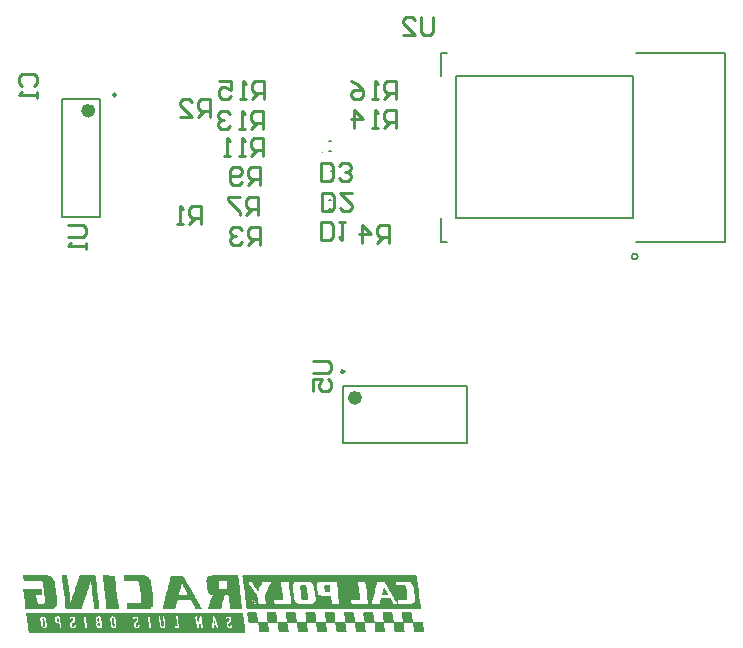
<source format=gbo>
G04*
G04 #@! TF.GenerationSoftware,Altium Limited,Altium Designer,22.10.1 (41)*
G04*
G04 Layer_Color=32896*
%FSLAX44Y44*%
%MOMM*%
G71*
G04*
G04 #@! TF.SameCoordinates,893357DB-CB06-46F0-9665-1AF58A0A3231*
G04*
G04*
G04 #@! TF.FilePolarity,Positive*
G04*
G01*
G75*
%ADD10C,0.2000*%
%ADD11C,0.1000*%
%ADD12C,0.2500*%
%ADD13C,0.1270*%
%ADD14C,0.2540*%
%ADD61C,0.6000*%
G36*
X306537Y67517D02*
X307003D01*
Y64485D01*
X307236D01*
Y62619D01*
X307703D01*
Y57720D01*
X308169D01*
Y55621D01*
X308403D01*
Y53055D01*
X308869D01*
Y48390D01*
X309102D01*
Y48156D01*
X309336D01*
Y46990D01*
X309569D01*
Y42791D01*
X310035D01*
Y39525D01*
X306070D01*
Y39759D01*
X305837D01*
Y40459D01*
X305370D01*
Y44191D01*
X305137D01*
Y45357D01*
X304904D01*
Y45824D01*
X304670D01*
Y50256D01*
X304204D01*
Y52588D01*
X303971D01*
Y54921D01*
X303504D01*
Y59820D01*
X303037D01*
Y60986D01*
X302804D01*
Y62152D01*
X302338D01*
Y60753D01*
X302104D01*
Y60286D01*
X301638D01*
Y58420D01*
X301171D01*
Y58187D01*
Y57254D01*
X300938D01*
Y56787D01*
X300472D01*
Y54921D01*
X300005D01*
Y54221D01*
X299772D01*
Y53288D01*
X299305D01*
Y51422D01*
X298839D01*
Y51189D01*
X298605D01*
Y49556D01*
X298139D01*
Y48390D01*
X297906D01*
Y47690D01*
X297439D01*
Y46523D01*
X296973D01*
Y45357D01*
X296739D01*
Y44657D01*
X296273D01*
Y42791D01*
X295806D01*
Y42325D01*
X295573D01*
Y40925D01*
X295107D01*
Y39759D01*
X294407D01*
Y39525D01*
X281810D01*
Y40692D01*
X281344D01*
Y43025D01*
X281111D01*
Y46057D01*
X280644D01*
Y50722D01*
X280177D01*
Y51889D01*
X279944D01*
Y55621D01*
X279478D01*
Y59586D01*
X279244D01*
Y60519D01*
X279011D01*
Y61452D01*
X278778D01*
Y65185D01*
X278311D01*
Y68217D01*
X282510D01*
Y67984D01*
X282977D01*
Y64951D01*
X283210D01*
Y64485D01*
X283443D01*
Y63319D01*
X283676D01*
Y59586D01*
X284143D01*
Y56087D01*
X284376D01*
Y54921D01*
X284610D01*
Y54454D01*
X284843D01*
Y50023D01*
X285309D01*
Y47690D01*
X285543D01*
Y45824D01*
X286009D01*
Y47223D01*
X286476D01*
Y47690D01*
X286709D01*
Y48856D01*
X287176D01*
Y50256D01*
X287409D01*
Y50722D01*
X287875D01*
Y52588D01*
X288342D01*
Y53755D01*
X288575D01*
Y54221D01*
X289042D01*
Y56087D01*
X289508D01*
Y56787D01*
X289741D01*
Y57954D01*
X290208D01*
Y59120D01*
X290441D01*
Y59586D01*
X290674D01*
Y59820D01*
X290908D01*
Y60986D01*
X291374D01*
Y62619D01*
X291607D01*
Y62852D01*
X291841D01*
Y63319D01*
X292074D01*
Y64718D01*
X292541D01*
Y65651D01*
X292774D01*
Y66351D01*
X293240D01*
Y67984D01*
X293940D01*
Y68217D01*
X306537D01*
Y67517D01*
D02*
G37*
G36*
X266648Y67984D02*
X267815D01*
Y67517D01*
X268981D01*
Y67051D01*
X269214D01*
Y66817D01*
X269681D01*
Y66351D01*
X270380D01*
Y65651D01*
X270847D01*
Y65185D01*
X271080D01*
Y64485D01*
X271547D01*
Y63319D01*
X272246D01*
Y61452D01*
X272713D01*
Y57487D01*
X272946D01*
Y56554D01*
X273180D01*
Y56087D01*
X273413D01*
Y51889D01*
X273879D01*
Y48856D01*
X274113D01*
Y46990D01*
X274579D01*
Y44191D01*
X274113D01*
Y43025D01*
X273879D01*
Y42325D01*
X273413D01*
Y41158D01*
X272713D01*
Y40459D01*
X272013D01*
Y39992D01*
X270847D01*
Y39759D01*
X270380D01*
Y39525D01*
X269914D01*
Y39292D01*
X247987D01*
Y39759D01*
X247520D01*
Y43491D01*
X247287D01*
Y43724D01*
X247054D01*
Y44891D01*
X246821D01*
Y48390D01*
X246354D01*
Y53055D01*
X246121D01*
Y53755D01*
X245888D01*
Y54221D01*
X245654D01*
Y56554D01*
X245888D01*
Y56787D01*
X260816D01*
Y56554D01*
X261283D01*
Y53755D01*
X261516D01*
Y53055D01*
X261750D01*
Y52122D01*
X261516D01*
Y51889D01*
X256618D01*
Y48856D01*
X257084D01*
Y45357D01*
X257784D01*
Y44657D01*
X258484D01*
Y44191D01*
X263149D01*
Y44657D01*
X263849D01*
Y45124D01*
X264315D01*
Y47690D01*
X263849D01*
Y50722D01*
X263616D01*
Y52588D01*
X263149D01*
Y54454D01*
Y54688D01*
Y57487D01*
X262683D01*
Y59120D01*
X262449D01*
Y62152D01*
X261983D01*
Y62619D01*
X261750D01*
Y62852D01*
X261283D01*
Y63319D01*
X246354D01*
Y63785D01*
X246121D01*
Y64018D01*
X245888D01*
Y65185D01*
X245654D01*
Y68217D01*
X266648D01*
Y67984D01*
D02*
G37*
G36*
X578524D02*
X578757D01*
Y67517D01*
X579224D01*
Y62619D01*
X579690D01*
Y60286D01*
X579924D01*
Y57720D01*
X580390D01*
Y53055D01*
X580857D01*
Y51889D01*
X581090D01*
Y48156D01*
X581556D01*
Y44657D01*
X581790D01*
Y43491D01*
X582023D01*
Y43025D01*
X582256D01*
Y39759D01*
X582023D01*
Y39525D01*
X434832D01*
Y40692D01*
X434599D01*
Y42325D01*
X434133D01*
Y47223D01*
X433666D01*
Y48856D01*
X433433D01*
Y51422D01*
X432966D01*
Y56087D01*
X432733D01*
Y56321D01*
X432500D01*
Y57254D01*
X432267D01*
Y60986D01*
X431800D01*
Y64718D01*
X431567D01*
Y65884D01*
X431334D01*
Y66351D01*
X431100D01*
Y67984D01*
X431334D01*
Y68217D01*
X578524D01*
Y67984D01*
D02*
G37*
G36*
X427368D02*
X427601D01*
Y65651D01*
X428068D01*
Y61452D01*
X428301D01*
Y60753D01*
X428534D01*
Y60286D01*
X428768D01*
Y56087D01*
X429234D01*
Y52355D01*
X429467D01*
Y51189D01*
X429701D01*
Y50256D01*
X429934D01*
Y46523D01*
X430400D01*
Y43958D01*
X430634D01*
Y41158D01*
X431100D01*
Y39292D01*
X420836D01*
Y41158D01*
X420370D01*
Y44657D01*
X420137D01*
Y46057D01*
X419903D01*
Y46990D01*
X419670D01*
Y50722D01*
X419204D01*
Y51889D01*
X416171D01*
Y50722D01*
X415938D01*
Y49556D01*
X415471D01*
Y47690D01*
X415005D01*
Y46523D01*
X414772D01*
Y45357D01*
X414305D01*
Y43025D01*
X414072D01*
Y42791D01*
X413839D01*
Y42325D01*
X413605D01*
Y40459D01*
X413139D01*
Y39525D01*
X412906D01*
Y39292D01*
X402175D01*
Y39525D01*
X401709D01*
Y39759D01*
X402175D01*
Y41625D01*
X402642D01*
Y41858D01*
X402875D01*
Y43491D01*
X403342D01*
Y44657D01*
X403575D01*
Y45357D01*
X404041D01*
Y47223D01*
X404508D01*
Y47690D01*
X404741D01*
Y48856D01*
X405208D01*
Y50722D01*
X405908D01*
Y51889D01*
X404041D01*
Y52122D01*
X403575D01*
Y52355D01*
X403342D01*
Y52588D01*
X402875D01*
Y53055D01*
X402175D01*
Y54221D01*
X401709D01*
Y55621D01*
X401475D01*
Y56787D01*
X401242D01*
Y57720D01*
X401009D01*
Y62152D01*
X400542D01*
Y64485D01*
X401009D01*
Y66118D01*
X401242D01*
Y66351D01*
X401709D01*
Y66817D01*
X402175D01*
Y67517D01*
X404041D01*
Y67984D01*
X405674D01*
Y68217D01*
X427368D01*
Y67984D01*
D02*
G37*
G36*
X381181Y67051D02*
X381648D01*
Y66351D01*
X381881D01*
Y66118D01*
X382348D01*
Y65185D01*
X382581D01*
Y64951D01*
X382814D01*
Y64485D01*
X383047D01*
Y64018D01*
X383514D01*
Y62852D01*
X383981D01*
Y62619D01*
X384214D01*
Y61686D01*
X384680D01*
Y60986D01*
X384914D01*
Y60753D01*
X385380D01*
Y59820D01*
X385847D01*
Y59120D01*
X386080D01*
Y58653D01*
X386547D01*
Y57487D01*
X387013D01*
Y57254D01*
X387246D01*
Y56554D01*
X387713D01*
Y55621D01*
X387946D01*
Y55388D01*
X388413D01*
Y54454D01*
X388879D01*
Y53755D01*
X389112D01*
Y53288D01*
X389579D01*
Y52355D01*
X390046D01*
Y51889D01*
X390279D01*
Y51189D01*
X390745D01*
Y50256D01*
X390979D01*
Y50023D01*
X391445D01*
Y49089D01*
X391912D01*
Y48390D01*
X392145D01*
Y48156D01*
X392378D01*
Y47923D01*
X392611D01*
Y46990D01*
X393078D01*
Y46523D01*
X393311D01*
Y45824D01*
X393778D01*
Y44891D01*
X394011D01*
Y44657D01*
X394478D01*
Y43958D01*
X394944D01*
Y43025D01*
X395177D01*
Y42791D01*
X395411D01*
Y42325D01*
X395644D01*
Y41625D01*
X396110D01*
Y41158D01*
X396344D01*
Y40459D01*
X396810D01*
Y39292D01*
X392145D01*
Y39525D01*
X391912D01*
Y39992D01*
X391445D01*
Y41158D01*
X390745D01*
Y42325D01*
X390279D01*
Y42791D01*
X390046D01*
Y43025D01*
X389579D01*
Y44191D01*
X389112D01*
Y44657D01*
X388879D01*
Y45357D01*
X388413D01*
Y46523D01*
X387713D01*
Y46990D01*
X376283D01*
Y46057D01*
X375816D01*
Y44657D01*
X375583D01*
Y43958D01*
X375117D01*
Y41625D01*
X374650D01*
Y40459D01*
X374417D01*
Y39759D01*
X373950D01*
Y39292D01*
X363686D01*
Y41858D01*
X364153D01*
Y42791D01*
X364386D01*
Y44191D01*
X364853D01*
Y46523D01*
X365319D01*
Y46990D01*
X365553D01*
Y48856D01*
X366019D01*
Y50722D01*
X366252D01*
Y51189D01*
X366486D01*
Y51422D01*
X366719D01*
Y53755D01*
X367186D01*
Y54921D01*
X367419D01*
Y56087D01*
X367885D01*
Y57954D01*
X368352D01*
Y58653D01*
X368585D01*
Y60286D01*
X369052D01*
Y62619D01*
X369285D01*
Y62852D01*
X369751D01*
Y65185D01*
X370218D01*
Y66817D01*
X370451D01*
Y67517D01*
X370918D01*
Y67984D01*
X381181D01*
Y67051D01*
D02*
G37*
G36*
X348524Y67984D02*
X349224D01*
Y67517D01*
X350390D01*
Y67051D01*
X351090D01*
Y66351D01*
X351790D01*
Y65884D01*
X352257D01*
Y65185D01*
X352723D01*
Y64951D01*
X352956D01*
Y64018D01*
X353423D01*
Y62852D01*
X353656D01*
Y62619D01*
X353889D01*
Y62152D01*
X354123D01*
Y59120D01*
X354589D01*
Y55388D01*
X354822D01*
Y54221D01*
X355056D01*
Y53755D01*
X355289D01*
Y49323D01*
X355756D01*
Y42791D01*
X355289D01*
Y41625D01*
X354822D01*
Y41158D01*
X354589D01*
Y40925D01*
X354123D01*
Y40459D01*
X353423D01*
Y39992D01*
X352257D01*
Y39525D01*
X351790D01*
Y39292D01*
X333595D01*
Y43491D01*
X333129D01*
Y43958D01*
X333595D01*
Y44657D01*
X345492D01*
Y44891D01*
X345725D01*
Y47690D01*
X345492D01*
Y49089D01*
X345025D01*
Y54454D01*
X344559D01*
Y56087D01*
X344325D01*
Y59120D01*
X343859D01*
Y62152D01*
X343626D01*
Y62619D01*
X343159D01*
Y63319D01*
X331263D01*
Y65185D01*
X331029D01*
Y66351D01*
X330796D01*
Y66817D01*
X330563D01*
Y67984D01*
X331029D01*
Y68217D01*
X348524D01*
Y67984D01*
D02*
G37*
G36*
X317966D02*
X322865D01*
Y67517D01*
X323332D01*
Y63319D01*
X323798D01*
Y61686D01*
X324031D01*
Y57954D01*
X324498D01*
Y53755D01*
X324731D01*
Y53055D01*
X324964D01*
Y52588D01*
X325198D01*
Y48156D01*
X325664D01*
Y44891D01*
X325897D01*
Y43491D01*
X326364D01*
Y39292D01*
X316334D01*
Y39525D01*
X316100D01*
Y43025D01*
X315634D01*
Y46057D01*
X315401D01*
Y47923D01*
X314934D01*
Y52588D01*
X314468D01*
Y54921D01*
X314234D01*
Y57487D01*
X313768D01*
Y62152D01*
X313535D01*
Y62852D01*
X313301D01*
Y63319D01*
X313068D01*
Y67517D01*
X312601D01*
Y67751D01*
Y67984D01*
X313068D01*
Y68217D01*
X317966D01*
Y67984D01*
D02*
G37*
G36*
X574325Y36260D02*
X574792D01*
Y35793D01*
X575025D01*
Y31361D01*
X575491D01*
Y29029D01*
X575725D01*
Y28562D01*
X583422D01*
Y28329D01*
X583889D01*
Y27396D01*
X584122D01*
Y24830D01*
X584589D01*
Y20164D01*
X576191D01*
Y24363D01*
X575725D01*
Y26696D01*
X575491D01*
Y28096D01*
X567794D01*
Y23663D01*
X568260D01*
Y21331D01*
X568493D01*
Y20164D01*
X560096D01*
Y20631D01*
X559863D01*
Y23197D01*
X559396D01*
Y27862D01*
X558930D01*
Y28096D01*
X551465D01*
Y27862D01*
X550999D01*
Y27162D01*
X551465D01*
Y23197D01*
X551698D01*
Y22497D01*
X551932D01*
Y21797D01*
X552165D01*
Y20164D01*
X543767D01*
Y21797D01*
X543534D01*
Y22497D01*
X543301D01*
Y23197D01*
X543068D01*
Y27396D01*
X542601D01*
Y28096D01*
X534670D01*
Y26696D01*
X535136D01*
Y24363D01*
X535370D01*
Y21797D01*
X535836D01*
Y20164D01*
X527439D01*
Y21331D01*
X526972D01*
Y23663D01*
X526739D01*
Y26696D01*
X526272D01*
Y28096D01*
X518575D01*
Y27862D01*
X518341D01*
Y26696D01*
X518575D01*
Y25530D01*
X518808D01*
Y25063D01*
X519041D01*
Y20631D01*
X519508D01*
Y20164D01*
X511110D01*
Y20864D01*
X510644D01*
Y25063D01*
X510410D01*
Y25530D01*
X510177D01*
Y26229D01*
X509944D01*
Y28096D01*
X502246D01*
Y27862D01*
X502013D01*
Y27396D01*
X502246D01*
Y24363D01*
X502713D01*
Y20164D01*
X494315D01*
Y24363D01*
X493849D01*
Y26929D01*
X493615D01*
Y28096D01*
X485918D01*
Y23663D01*
X486384D01*
Y21331D01*
X486617D01*
Y20164D01*
X478220D01*
Y20631D01*
X477986D01*
Y23197D01*
X477520D01*
Y27862D01*
X477053D01*
Y28096D01*
X469589D01*
Y27862D01*
X469122D01*
Y27162D01*
X469589D01*
Y23197D01*
X469822D01*
Y22497D01*
X470056D01*
Y21797D01*
X470289D01*
Y20164D01*
X461891D01*
Y21797D01*
X461658D01*
Y22497D01*
X461425D01*
Y23197D01*
X461191D01*
Y27396D01*
X460725D01*
Y28096D01*
X452794D01*
Y26696D01*
X453260D01*
Y24363D01*
X453494D01*
Y21331D01*
X453960D01*
Y20164D01*
X445563D01*
Y21331D01*
X445096D01*
Y23663D01*
X444863D01*
Y26229D01*
X444396D01*
Y28096D01*
X436699D01*
Y28329D01*
X436465D01*
Y28562D01*
X435999D01*
Y32761D01*
X435532D01*
Y33927D01*
X435299D01*
Y36493D01*
X435532D01*
Y36726D01*
X442997D01*
Y36493D01*
X443230D01*
Y36260D01*
X443697D01*
Y33927D01*
X443930D01*
Y33227D01*
X444163D01*
Y32761D01*
X444396D01*
Y28562D01*
X452794D01*
Y29262D01*
X452327D01*
Y31361D01*
X452094D01*
Y33927D01*
X451628D01*
Y36726D01*
X460025D01*
Y34394D01*
X460492D01*
Y32061D01*
X460725D01*
Y29029D01*
X461191D01*
Y28562D01*
X469122D01*
Y29495D01*
X468889D01*
Y30428D01*
X468656D01*
Y30895D01*
X468423D01*
Y35094D01*
X467956D01*
Y36260D01*
X468423D01*
Y36726D01*
X476120D01*
Y36260D01*
X476354D01*
Y35094D01*
X476820D01*
Y30895D01*
X477053D01*
Y30195D01*
X477287D01*
Y29728D01*
X477520D01*
Y28562D01*
X485218D01*
Y31128D01*
X484751D01*
Y35793D01*
X484285D01*
Y36260D01*
X484751D01*
Y36726D01*
X492449D01*
Y36260D01*
X492915D01*
Y35793D01*
X493149D01*
Y31361D01*
X493615D01*
Y29029D01*
X493849D01*
Y28562D01*
X501546D01*
Y32294D01*
X501080D01*
Y34627D01*
X500846D01*
Y36260D01*
X501080D01*
Y36726D01*
X508778D01*
Y36260D01*
X509244D01*
Y35094D01*
X509477D01*
Y32061D01*
X509944D01*
Y28562D01*
X517875D01*
Y32761D01*
X517642D01*
Y33461D01*
X517408D01*
Y33927D01*
X517175D01*
Y36493D01*
X517408D01*
Y36726D01*
X524873D01*
Y36493D01*
X525573D01*
Y33927D01*
X525806D01*
Y33227D01*
X526039D01*
Y32761D01*
X526272D01*
Y28562D01*
X534670D01*
Y29262D01*
X534203D01*
Y31595D01*
X533970D01*
Y33927D01*
X533504D01*
Y36260D01*
X533970D01*
Y36493D01*
X534203D01*
Y36726D01*
X541901D01*
Y34394D01*
X542368D01*
Y32061D01*
X542601D01*
Y29728D01*
X543068D01*
Y28562D01*
X550999D01*
Y29495D01*
X550765D01*
Y30428D01*
X550532D01*
Y30895D01*
X550299D01*
Y35094D01*
X549832D01*
Y36260D01*
X550299D01*
Y36726D01*
X557996D01*
Y36493D01*
Y36260D01*
X558230D01*
Y35094D01*
X558696D01*
Y30895D01*
X558930D01*
Y30195D01*
X559163D01*
Y29728D01*
X559396D01*
Y28562D01*
X567094D01*
Y31128D01*
X566627D01*
Y35793D01*
X566394D01*
Y36260D01*
X566627D01*
Y36726D01*
X574325D01*
Y36260D01*
D02*
G37*
G36*
X431800Y32527D02*
X432267D01*
Y28329D01*
X432500D01*
Y27862D01*
X432733D01*
Y26929D01*
X432966D01*
Y22964D01*
X433433D01*
Y19698D01*
X250553D01*
Y20164D01*
X250086D01*
Y20864D01*
X249853D01*
Y25063D01*
X249387D01*
Y28096D01*
X249153D01*
Y29262D01*
X248920D01*
Y29728D01*
X248687D01*
Y33927D01*
X248220D01*
Y36260D01*
X431800D01*
Y32527D01*
D02*
G37*
%LPC*%
G36*
X455126Y62152D02*
X447895D01*
Y61452D01*
X447429D01*
Y60286D01*
X446962D01*
Y59820D01*
X446729D01*
Y59120D01*
X446262D01*
Y57954D01*
X445563D01*
Y56554D01*
X445096D01*
Y56087D01*
X444863D01*
Y54921D01*
X443697D01*
Y56087D01*
X443230D01*
Y56554D01*
X442997D01*
Y56787D01*
X442530D01*
Y57720D01*
X442064D01*
Y57954D01*
X441830D01*
Y58420D01*
X441364D01*
Y59120D01*
X440897D01*
Y59820D01*
X440664D01*
Y60286D01*
X440197D01*
Y60986D01*
X439731D01*
Y61452D01*
X439498D01*
Y62152D01*
X436465D01*
Y61452D01*
X436699D01*
Y60986D01*
X437165D01*
Y60286D01*
X437632D01*
Y59820D01*
X437865D01*
Y59120D01*
X438331D01*
Y58420D01*
X439031D01*
Y57487D01*
X439498D01*
Y56787D01*
X440197D01*
Y56087D01*
X440664D01*
Y55388D01*
X440897D01*
Y54921D01*
X441364D01*
Y54221D01*
X441830D01*
Y53755D01*
X442064D01*
Y53288D01*
X442530D01*
Y52588D01*
X442997D01*
Y52355D01*
X443230D01*
Y51422D01*
X443697D01*
Y50256D01*
X443930D01*
Y50023D01*
X444163D01*
Y49089D01*
X444396D01*
Y44657D01*
X444863D01*
Y44191D01*
X450928D01*
Y46523D01*
X450461D01*
Y50256D01*
X450228D01*
Y51189D01*
X450461D01*
Y52355D01*
X450928D01*
Y53055D01*
X451161D01*
Y53521D01*
X451394D01*
Y53755D01*
X451628D01*
Y54921D01*
X452094D01*
Y55621D01*
X452327D01*
Y56087D01*
X452794D01*
Y57254D01*
X453260D01*
Y57954D01*
X453494D01*
Y58420D01*
X453960D01*
Y59586D01*
X454193D01*
Y59820D01*
X454660D01*
Y60986D01*
X455126D01*
Y62152D01*
D02*
G37*
G36*
X441830Y47690D02*
X440197D01*
Y47223D01*
X441830D01*
Y47690D01*
D02*
G37*
G36*
X440197Y46990D02*
X439498D01*
Y46523D01*
X440197D01*
Y46990D01*
D02*
G37*
G36*
X441830Y46523D02*
X440897D01*
Y45590D01*
Y45357D01*
X441364D01*
Y45824D01*
X441830D01*
Y46523D01*
D02*
G37*
G36*
X439964Y46057D02*
X439731D01*
Y45357D01*
X439964D01*
Y45824D01*
Y46057D01*
D02*
G37*
G36*
X442997Y46523D02*
X442763D01*
Y46290D01*
X442530D01*
Y44891D01*
X442997D01*
Y46523D01*
D02*
G37*
G36*
X573859Y62152D02*
X561262D01*
Y59820D01*
X568960D01*
Y59120D01*
X569660D01*
Y56554D01*
X570126D01*
Y52588D01*
X570360D01*
Y51889D01*
X570593D01*
Y51189D01*
X570826D01*
Y47223D01*
X563128D01*
Y46990D01*
X562895D01*
Y44191D01*
X575025D01*
Y44657D01*
X576191D01*
Y45357D01*
X576658D01*
Y45824D01*
X576891D01*
Y46990D01*
X577357D01*
Y48856D01*
X576891D01*
Y52588D01*
X576658D01*
Y53755D01*
X576424D01*
Y54221D01*
X576191D01*
Y58420D01*
X575725D01*
Y59586D01*
X575491D01*
Y60286D01*
X575025D01*
Y60986D01*
X574325D01*
Y61452D01*
X573859D01*
Y62152D01*
D02*
G37*
G36*
X552165D02*
X545400D01*
Y61686D01*
X544934D01*
Y59586D01*
X544700D01*
Y59120D01*
X544234D01*
Y57254D01*
X543767D01*
Y54921D01*
X543301D01*
Y54454D01*
X543068D01*
Y52588D01*
X542601D01*
Y50722D01*
X542368D01*
Y50023D01*
X541901D01*
Y47690D01*
X541435D01*
Y46990D01*
X541201D01*
Y45357D01*
X540735D01*
Y44191D01*
X547266D01*
Y44657D01*
X547500D01*
Y45124D01*
X547733D01*
Y45357D01*
X547966D01*
Y47690D01*
X548433D01*
Y48856D01*
X548666D01*
Y49089D01*
X549132D01*
Y49323D01*
X556130D01*
Y49089D01*
X556364D01*
Y48856D01*
X556830D01*
Y48390D01*
X557063D01*
Y47690D01*
X557530D01*
Y46523D01*
X558230D01*
Y45357D01*
X558696D01*
Y44657D01*
X558930D01*
Y44191D01*
X561729D01*
Y45357D01*
X561262D01*
Y45824D01*
X561029D01*
Y46057D01*
X560562D01*
Y47223D01*
X560096D01*
Y47690D01*
X559863D01*
Y48390D01*
X559396D01*
Y49556D01*
X558696D01*
Y50722D01*
X558230D01*
Y51189D01*
X557996D01*
Y51422D01*
X557530D01*
Y52588D01*
X557063D01*
Y53055D01*
X556830D01*
Y53755D01*
X556364D01*
Y54921D01*
X555664D01*
Y55621D01*
X555197D01*
Y56787D01*
X554497D01*
Y57954D01*
X554031D01*
Y58420D01*
X553798D01*
Y59120D01*
X553331D01*
Y59820D01*
X552865D01*
Y60286D01*
X552631D01*
Y60986D01*
X552165D01*
Y62152D01*
D02*
G37*
G36*
X535370D02*
X529305D01*
Y59120D01*
X529771D01*
Y55388D01*
X530005D01*
Y54221D01*
X530238D01*
Y53288D01*
X530471D01*
Y48856D01*
X530938D01*
Y47223D01*
X523940D01*
Y46990D01*
X523240D01*
Y45124D01*
X523707D01*
Y44191D01*
X537702D01*
Y46057D01*
X537469D01*
Y46523D01*
X537236D01*
Y47690D01*
X537003D01*
Y51422D01*
X536536D01*
Y55621D01*
X536303D01*
Y56321D01*
X536070D01*
Y57254D01*
X535836D01*
Y60986D01*
X535370D01*
Y62152D01*
D02*
G37*
G36*
X511110D02*
X495481D01*
Y61686D01*
X495015D01*
Y61452D01*
X494548D01*
Y60986D01*
X494315D01*
Y54921D01*
X494782D01*
Y53755D01*
X495015D01*
Y52588D01*
X495481D01*
Y51889D01*
X496181D01*
Y51422D01*
X496648D01*
Y51189D01*
X497347D01*
Y50722D01*
X506445D01*
Y46990D01*
X506911D01*
Y44191D01*
X512976D01*
Y48390D01*
X512510D01*
Y51189D01*
X512276D01*
Y53288D01*
X511810D01*
Y57954D01*
X511343D01*
Y59120D01*
X511110D01*
Y62152D01*
D02*
G37*
G36*
X489417D02*
X475187D01*
Y61686D01*
X474954D01*
Y61452D01*
X474487D01*
Y60986D01*
X474021D01*
Y60286D01*
X473788D01*
Y55388D01*
X474021D01*
Y54221D01*
X474254D01*
Y53288D01*
X474487D01*
Y48856D01*
X474954D01*
Y47690D01*
X475187D01*
Y46990D01*
X475654D01*
Y45824D01*
X476354D01*
Y45357D01*
X476820D01*
Y44657D01*
X477986D01*
Y44191D01*
X491283D01*
Y44657D01*
X491982D01*
Y45357D01*
X492449D01*
Y46057D01*
X492682D01*
Y46523D01*
X493149D01*
Y49323D01*
Y49556D01*
Y50023D01*
X492915D01*
Y50256D01*
X492682D01*
Y51422D01*
X492449D01*
Y54921D01*
X491982D01*
Y58653D01*
X491749D01*
Y59120D01*
X491283D01*
Y60286D01*
X490816D01*
Y60986D01*
X490116D01*
Y61452D01*
X489650D01*
Y61919D01*
X489417D01*
Y62152D01*
D02*
G37*
G36*
X470289D02*
X464224D01*
Y57954D01*
X464690D01*
Y56321D01*
X464924D01*
Y53055D01*
X465390D01*
Y48856D01*
X465624D01*
Y48156D01*
X465857D01*
Y47690D01*
X466090D01*
Y47223D01*
X458392D01*
Y46990D01*
X458159D01*
Y44657D01*
X458392D01*
Y44191D01*
X472621D01*
Y45357D01*
X472155D01*
Y49089D01*
X471922D01*
Y50722D01*
X471455D01*
Y55621D01*
X470989D01*
Y57487D01*
X470755D01*
Y60519D01*
X470289D01*
Y62152D01*
D02*
G37*
G36*
X442530Y44657D02*
X440664D01*
Y44191D01*
X442530D01*
Y44657D01*
D02*
G37*
%LPD*%
G36*
X551465Y57487D02*
X551698D01*
Y57254D01*
X552165D01*
Y56087D01*
X552631D01*
Y55621D01*
X552865D01*
Y55388D01*
Y55154D01*
Y54921D01*
X553331D01*
Y53755D01*
X553798D01*
Y53521D01*
X554031D01*
Y53055D01*
X554497D01*
Y51889D01*
X549599D01*
Y52122D01*
X549132D01*
Y52355D01*
X549599D01*
Y53288D01*
X549832D01*
Y54454D01*
X550299D01*
Y56554D01*
X550532D01*
Y56787D01*
X550765D01*
Y57254D01*
X550999D01*
Y57954D01*
X551465D01*
Y57487D01*
D02*
G37*
G36*
X505045Y59586D02*
X505279D01*
Y56554D01*
X505745D01*
Y53755D01*
X501080D01*
Y54454D01*
X500846D01*
Y54688D01*
Y54921D01*
Y56787D01*
X500380D01*
Y59120D01*
X500846D01*
Y59586D01*
X501080D01*
Y59820D01*
X505045D01*
Y59586D01*
D02*
G37*
G36*
X484518D02*
X484751D01*
Y59120D01*
X485218D01*
Y58653D01*
X485451D01*
Y57954D01*
X485684D01*
Y57487D01*
X485918D01*
Y53055D01*
X486384D01*
Y51422D01*
Y51189D01*
X486617D01*
Y48156D01*
X487084D01*
Y47923D01*
X486617D01*
Y47223D01*
X481719D01*
Y47690D01*
X481252D01*
Y47923D01*
X481019D01*
Y50722D01*
X480552D01*
Y55388D01*
X480319D01*
Y56087D01*
X480086D01*
Y56787D01*
X479853D01*
Y59120D01*
X480552D01*
Y59820D01*
X484518D01*
Y59586D01*
D02*
G37*
%LPC*%
G36*
X417804Y63319D02*
X411273D01*
Y62619D01*
X410806D01*
Y62152D01*
X411039D01*
Y61452D01*
X411273D01*
Y57487D01*
X411739D01*
Y56787D01*
X418504D01*
Y58420D01*
Y58653D01*
Y59820D01*
X418271D01*
Y60286D01*
X418037D01*
Y61452D01*
X417804D01*
Y63319D01*
D02*
G37*
G36*
X380482Y60519D02*
X380015D01*
Y60286D01*
X379315D01*
Y57954D01*
X378849D01*
Y56787D01*
X378615D01*
Y56087D01*
X378149D01*
Y53755D01*
X377682D01*
Y53055D01*
X377449D01*
Y51889D01*
X384680D01*
Y52588D01*
X384214D01*
Y53755D01*
X383514D01*
Y54921D01*
X383047D01*
Y55621D01*
X382814D01*
Y56087D01*
X382348D01*
Y57254D01*
X381881D01*
Y57954D01*
X381648D01*
Y58420D01*
X381181D01*
Y58886D01*
Y59120D01*
Y59586D01*
X380715D01*
Y59820D01*
X380482D01*
Y60519D01*
D02*
G37*
G36*
X396110Y33461D02*
X395177D01*
Y33227D01*
X394944D01*
Y32294D01*
X394478D01*
Y29728D01*
X394244D01*
Y28562D01*
X393778D01*
Y27396D01*
X393311D01*
Y29728D01*
X393078D01*
Y32061D01*
X392611D01*
Y33227D01*
X392378D01*
Y33461D01*
X392145D01*
Y33227D01*
X391445D01*
Y31361D01*
X391912D01*
Y27862D01*
X392145D01*
Y26696D01*
X392378D01*
Y26229D01*
X392611D01*
Y23663D01*
X394011D01*
Y23897D01*
X394244D01*
Y24363D01*
X394478D01*
Y26696D01*
X394944D01*
Y29029D01*
X395177D01*
Y29728D01*
X395411D01*
Y29262D01*
X395644D01*
Y27162D01*
X396110D01*
Y23897D01*
X396344D01*
Y23663D01*
X397510D01*
Y25996D01*
X397277D01*
Y27396D01*
X396810D01*
Y32761D01*
X396344D01*
Y33227D01*
X396110D01*
Y33461D01*
D02*
G37*
G36*
X364853D02*
X363686D01*
Y30895D01*
X364153D01*
Y29262D01*
X364386D01*
Y27162D01*
Y26929D01*
Y25996D01*
X364853D01*
Y25530D01*
X364386D01*
Y25063D01*
X364153D01*
Y24830D01*
X363220D01*
Y25063D01*
X362987D01*
Y25530D01*
X362520D01*
Y29262D01*
X362287D01*
Y29728D01*
X362054D01*
Y30428D01*
X361820D01*
Y33227D01*
X361121D01*
Y33461D01*
X360887D01*
Y33227D01*
X360654D01*
Y29029D01*
X360887D01*
Y28562D01*
X361121D01*
Y27862D01*
X361354D01*
Y24830D01*
X361820D01*
Y24363D01*
X362287D01*
Y24130D01*
X362520D01*
Y23663D01*
X365086D01*
Y23897D01*
X365319D01*
Y24130D01*
X365553D01*
Y24830D01*
X366019D01*
Y26229D01*
X365553D01*
Y30895D01*
X365086D01*
Y32061D01*
X364853D01*
Y33461D01*
D02*
G37*
G36*
X420370Y33227D02*
X418037D01*
Y32761D01*
X417804D01*
Y32527D01*
X417337D01*
Y31361D01*
X417804D01*
Y30895D01*
X418504D01*
Y32061D01*
X420137D01*
Y31595D01*
X420370D01*
Y30195D01*
X420137D01*
Y29728D01*
X419670D01*
Y29029D01*
X419204D01*
Y28562D01*
X418970D01*
Y28329D01*
X418504D01*
Y27396D01*
X418037D01*
Y27162D01*
X417804D01*
Y25063D01*
X418037D01*
Y24830D01*
X418504D01*
Y24130D01*
X418970D01*
Y23663D01*
X421536D01*
Y23897D01*
X422003D01*
Y24363D01*
X422236D01*
Y25063D01*
X422703D01*
Y25996D01*
X421303D01*
Y25530D01*
X420836D01*
Y24830D01*
X419670D01*
Y25530D01*
X419204D01*
Y26696D01*
X419670D01*
Y27396D01*
X420137D01*
Y27862D01*
X420370D01*
Y28329D01*
X420836D01*
Y29029D01*
X421536D01*
Y32061D01*
Y32294D01*
X421303D01*
Y32527D01*
X421070D01*
Y32761D01*
X420370D01*
Y33227D01*
D02*
G37*
G36*
X407540Y33461D02*
X405908D01*
Y27396D01*
X405674D01*
Y24363D01*
X405208D01*
Y23897D01*
X405441D01*
Y23663D01*
X407074D01*
Y25996D01*
X408707D01*
Y25530D01*
X408940D01*
Y24363D01*
X409407D01*
Y23663D01*
X410573D01*
Y24830D01*
X410106D01*
Y26229D01*
X409873D01*
Y26696D01*
X409407D01*
Y28562D01*
X408940D01*
Y30195D01*
X408707D01*
Y30895D01*
X408240D01*
Y32761D01*
X407774D01*
Y33227D01*
X407540D01*
Y33461D01*
D02*
G37*
G36*
X376283D02*
X375350D01*
Y33227D01*
X375117D01*
Y31361D01*
X375583D01*
Y29728D01*
X375816D01*
Y25996D01*
X376283D01*
Y25063D01*
X373950D01*
Y24830D01*
X373717D01*
Y23897D01*
X373950D01*
Y23663D01*
X377449D01*
Y26696D01*
X376983D01*
Y30895D01*
X376749D01*
Y31595D01*
X376516D01*
Y32761D01*
X376283D01*
Y33461D01*
D02*
G37*
G36*
X352257D02*
X351790D01*
Y33227D01*
X351090D01*
Y32061D01*
X351557D01*
Y28562D01*
X351790D01*
Y27162D01*
X352257D01*
Y23663D01*
X353423D01*
Y26929D01*
Y27162D01*
Y27396D01*
X352956D01*
Y30895D01*
X352723D01*
Y32761D01*
X352257D01*
Y33461D01*
D02*
G37*
G36*
X341993Y33227D02*
X339660D01*
Y32761D01*
X339194D01*
Y32527D01*
X338960D01*
Y31361D01*
X339427D01*
Y31128D01*
X339660D01*
Y30895D01*
X340127D01*
Y31595D01*
X340360D01*
Y32061D01*
X341993D01*
Y29728D01*
X341526D01*
Y29262D01*
X341293D01*
Y29029D01*
X340826D01*
Y28562D01*
X340360D01*
Y28096D01*
X340127D01*
Y27396D01*
X339660D01*
Y25530D01*
Y25296D01*
Y24830D01*
X340127D01*
Y24363D01*
X340360D01*
Y24130D01*
X340593D01*
Y23897D01*
X340826D01*
Y23663D01*
X343159D01*
Y23897D01*
X343392D01*
Y24130D01*
X343859D01*
Y25530D01*
X344325D01*
Y25996D01*
X342693D01*
Y24830D01*
X341293D01*
Y25063D01*
X340826D01*
Y26696D01*
X341293D01*
Y27396D01*
X341526D01*
Y27862D01*
X341993D01*
Y28329D01*
X342226D01*
Y28562D01*
X342693D01*
Y29029D01*
X343159D01*
Y30895D01*
X343392D01*
Y31361D01*
X343159D01*
Y32294D01*
X342693D01*
Y32761D01*
X341993D01*
Y33227D01*
D02*
G37*
G36*
X321465Y33461D02*
X320999D01*
Y33227D01*
X320299D01*
Y32761D01*
X319833D01*
Y32527D01*
X319599D01*
Y32061D01*
X319133D01*
Y29728D01*
X319599D01*
Y28096D01*
X319833D01*
Y25763D01*
Y25530D01*
X320299D01*
Y24363D01*
X320999D01*
Y23663D01*
X323798D01*
Y23897D01*
X324031D01*
Y24363D01*
X324498D01*
Y27396D01*
X324031D01*
Y31128D01*
X323798D01*
Y31595D01*
X323332D01*
Y32761D01*
X322632D01*
Y33227D01*
X321465D01*
Y33461D01*
D02*
G37*
G36*
X310735D02*
X309102D01*
Y33227D01*
X307703D01*
Y32761D01*
X307236D01*
Y32294D01*
X307003D01*
Y29728D01*
X307236D01*
Y29029D01*
X307703D01*
Y27862D01*
X307236D01*
Y27396D01*
X307003D01*
Y25996D01*
X307236D01*
Y25296D01*
X307703D01*
Y24363D01*
X308403D01*
Y23663D01*
X311902D01*
Y23897D01*
X312368D01*
Y24363D01*
X312135D01*
Y24830D01*
X311902D01*
Y29262D01*
X311435D01*
Y31595D01*
X311202D01*
Y33227D01*
X310735D01*
Y33461D01*
D02*
G37*
G36*
X297906D02*
X297672D01*
Y33227D01*
X297439D01*
Y31128D01*
Y30895D01*
Y27862D01*
X297906D01*
Y26696D01*
X298139D01*
Y23663D01*
X299305D01*
Y28096D01*
X299072D01*
Y28562D01*
X298839D01*
Y29262D01*
X298605D01*
Y33227D01*
X297906D01*
Y33461D01*
D02*
G37*
G36*
X287875Y33227D02*
X285543D01*
Y32761D01*
X285309D01*
Y32527D01*
X284843D01*
Y31361D01*
X285309D01*
Y30895D01*
X286009D01*
Y31595D01*
X286242D01*
Y32061D01*
X287875D01*
Y29728D01*
X287409D01*
Y29495D01*
X287176D01*
Y29029D01*
X286709D01*
Y28562D01*
X286476D01*
Y28329D01*
X286242D01*
Y28096D01*
X286009D01*
Y27396D01*
X285543D01*
Y24830D01*
X286009D01*
Y24363D01*
X286476D01*
Y23897D01*
X286709D01*
Y23663D01*
X289508D01*
Y24363D01*
X289741D01*
Y24830D01*
X290208D01*
Y25996D01*
X289042D01*
Y25530D01*
X288575D01*
Y25063D01*
X288342D01*
Y24830D01*
X287176D01*
Y25530D01*
X286709D01*
Y26696D01*
X287176D01*
Y27396D01*
X287642D01*
Y27862D01*
X287875D01*
Y28096D01*
X288342D01*
Y28562D01*
X288575D01*
Y29029D01*
X289042D01*
Y32527D01*
X288575D01*
Y32761D01*
X287875D01*
Y33227D01*
D02*
G37*
G36*
X276212Y33461D02*
X274113D01*
Y33227D01*
X273413D01*
Y32761D01*
X272713D01*
Y32061D01*
X272246D01*
Y30895D01*
X272713D01*
Y28562D01*
X273413D01*
Y27862D01*
X273879D01*
Y27396D01*
X275746D01*
Y26696D01*
X276445D01*
Y23663D01*
X277612D01*
Y27862D01*
X277378D01*
Y28096D01*
X277145D01*
Y30195D01*
X276912D01*
Y32761D01*
X276445D01*
Y33227D01*
X276212D01*
Y33461D01*
D02*
G37*
G36*
X262449D02*
X261983D01*
Y33227D01*
X261283D01*
Y32761D01*
X260816D01*
Y32527D01*
X260583D01*
Y32061D01*
X260117D01*
Y29728D01*
X260583D01*
Y28562D01*
X260816D01*
Y25063D01*
X261283D01*
Y24363D01*
X261983D01*
Y23663D01*
X264782D01*
Y23897D01*
X265015D01*
Y24363D01*
X265482D01*
Y25296D01*
Y25530D01*
Y27396D01*
X265015D01*
Y31361D01*
X264782D01*
Y31595D01*
X264549D01*
Y32061D01*
X264315D01*
Y32761D01*
X263616D01*
Y33227D01*
X262449D01*
Y33461D01*
D02*
G37*
%LPD*%
G36*
X407540Y29262D02*
X407774D01*
Y29029D01*
Y28562D01*
X408240D01*
Y26929D01*
X407074D01*
Y30895D01*
X407540D01*
Y29262D01*
D02*
G37*
G36*
X322165Y31361D02*
X322632D01*
Y29728D01*
X322865D01*
Y27162D01*
X323332D01*
Y25063D01*
X322865D01*
Y24830D01*
X321699D01*
Y25063D01*
X321465D01*
Y26229D01*
X320999D01*
Y26463D01*
Y30428D01*
X320766D01*
Y31361D01*
X320999D01*
Y32061D01*
X322165D01*
Y31361D01*
D02*
G37*
G36*
X309569Y31595D02*
X310035D01*
Y29029D01*
X309102D01*
Y29262D01*
X308869D01*
Y29728D01*
X308403D01*
Y30428D01*
X308169D01*
Y30895D01*
X308403D01*
Y31128D01*
Y31595D01*
X308869D01*
Y32061D01*
X309569D01*
Y31595D01*
D02*
G37*
G36*
X310502Y27396D02*
X310735D01*
Y26929D01*
Y26696D01*
Y25063D01*
X309569D01*
Y25530D01*
X308869D01*
Y26229D01*
X308403D01*
Y26696D01*
X308869D01*
Y27862D01*
X310502D01*
Y27396D01*
D02*
G37*
G36*
X275279Y31595D02*
X275746D01*
Y30428D01*
Y30195D01*
Y28562D01*
X274579D01*
Y29029D01*
X274113D01*
Y29262D01*
X273879D01*
Y31595D01*
X274113D01*
Y32061D01*
X275279D01*
Y31595D01*
D02*
G37*
G36*
X263149Y31361D02*
X263616D01*
Y29728D01*
X263849D01*
Y27162D01*
X264315D01*
Y25530D01*
X263849D01*
Y24830D01*
X262683D01*
Y25063D01*
X262449D01*
Y26229D01*
X261983D01*
Y30428D01*
X261750D01*
Y30895D01*
X261516D01*
Y31361D01*
X261983D01*
Y32061D01*
X263149D01*
Y31361D01*
D02*
G37*
D10*
X516460Y228470D02*
X621460D01*
X516460Y180470D02*
X621460D01*
X516460D02*
Y228470D01*
X621460Y180470D02*
Y228470D01*
X504720Y435800D02*
X506200D01*
X504720Y427802D02*
X506200D01*
X504720Y386270D02*
X506200D01*
X504720Y378272D02*
X506200D01*
X505990Y410400D02*
X507470D01*
X505990Y402402D02*
X507470D01*
X310640Y371640D02*
Y471640D01*
X278640Y371640D02*
Y471640D01*
X310640D01*
X278640Y371640D02*
X310640D01*
D11*
X498960Y425800D02*
G03*
X498960Y425800I-500J0D01*
G01*
Y376270D02*
G03*
X498960Y376270I-500J0D01*
G01*
X500230Y400400D02*
G03*
X500230Y400400I-500J0D01*
G01*
D12*
X517260Y240720D02*
G03*
X517260Y240720I-1250J0D01*
G01*
X324140Y474840D02*
G03*
X324140Y474840I-1250J0D01*
G01*
D13*
X765780Y338030D02*
G03*
X765780Y338030I-2500J0D01*
G01*
X599530Y490530D02*
Y510530D01*
X604530D01*
X599530Y350530D02*
Y370530D01*
Y350530D02*
X604530D01*
X764530Y510530D02*
X839530D01*
Y350530D02*
Y510530D01*
X764530Y350530D02*
X839530D01*
X611930Y370530D02*
X761930D01*
X611930D02*
Y490530D01*
X761930D01*
Y370530D02*
Y490530D01*
D14*
X490606Y249301D02*
X503302D01*
X505841Y246762D01*
Y241684D01*
X503302Y239144D01*
X490606D01*
Y223909D02*
Y234066D01*
X498223D01*
X495684Y228988D01*
Y226448D01*
X498223Y223909D01*
X503302D01*
X505841Y226448D01*
Y231527D01*
X503302Y234066D01*
X497713Y401960D02*
Y417195D01*
X505331D01*
X507870Y414656D01*
Y404499D01*
X505331Y401960D01*
X497713D01*
X512948Y404499D02*
X515487Y401960D01*
X520566D01*
X523105Y404499D01*
Y407038D01*
X520566Y409577D01*
X518026D01*
X520566D01*
X523105Y412117D01*
Y414656D01*
X520566Y417195D01*
X515487D01*
X512948Y414656D01*
X498983Y376560D02*
Y391795D01*
X506600D01*
X509140Y389256D01*
Y379099D01*
X506600Y376560D01*
X498983D01*
X524375Y391795D02*
X514218D01*
X524375Y381638D01*
Y379099D01*
X521836Y376560D01*
X516757D01*
X514218Y379099D01*
X497713Y352430D02*
Y367665D01*
X505331D01*
X507870Y365126D01*
Y354969D01*
X505331Y352430D01*
X497713D01*
X512948Y367665D02*
X518026D01*
X515487D01*
Y352430D01*
X512948Y354969D01*
X592582Y541015D02*
Y528319D01*
X590043Y525780D01*
X584964D01*
X582425Y528319D01*
Y541015D01*
X567190Y525780D02*
X577347D01*
X567190Y535937D01*
Y538476D01*
X569729Y541015D01*
X574808D01*
X577347Y538476D01*
X283213Y364487D02*
X295908D01*
X298447Y361948D01*
Y356869D01*
X295908Y354330D01*
X283213D01*
X298447Y349252D02*
Y344173D01*
Y346712D01*
X283213D01*
X285752Y349252D01*
X561334Y471172D02*
Y486408D01*
X553716D01*
X551177Y483868D01*
Y478790D01*
X553716Y476251D01*
X561334D01*
X556255D02*
X551177Y471172D01*
X546099D02*
X541020D01*
X543560D01*
Y486408D01*
X546099Y483868D01*
X523246Y486408D02*
X528325Y483868D01*
X533403Y478790D01*
Y473712D01*
X530864Y471172D01*
X525785D01*
X523246Y473712D01*
Y476251D01*
X525785Y478790D01*
X533403D01*
X449334Y471172D02*
Y486408D01*
X441716D01*
X439177Y483868D01*
Y478790D01*
X441716Y476251D01*
X449334D01*
X444256D02*
X439177Y471172D01*
X434099D02*
X429021D01*
X431560D01*
Y486408D01*
X434099Y483868D01*
X411246Y486408D02*
X421403D01*
Y478790D01*
X416325Y481329D01*
X413786D01*
X411246Y478790D01*
Y473712D01*
X413786Y471172D01*
X418864D01*
X421403Y473712D01*
X561334Y447043D02*
Y462277D01*
X553716D01*
X551177Y459738D01*
Y454660D01*
X553716Y452121D01*
X561334D01*
X556255D02*
X551177Y447043D01*
X546099D02*
X541020D01*
X543560D01*
Y462277D01*
X546099Y459738D01*
X525785Y447043D02*
Y462277D01*
X533403Y454660D01*
X523246D01*
X448304Y445773D02*
Y461007D01*
X440686D01*
X438147Y458468D01*
Y453390D01*
X440686Y450851D01*
X448304D01*
X443226D02*
X438147Y445773D01*
X433069D02*
X427990D01*
X430530D01*
Y461007D01*
X433069Y458468D01*
X420373D02*
X417834Y461007D01*
X412755D01*
X410216Y458468D01*
Y455929D01*
X412755Y453390D01*
X415294D01*
X412755D01*
X410216Y450851D01*
Y448312D01*
X412755Y445773D01*
X417834D01*
X420373Y448312D01*
X448305Y422912D02*
Y438148D01*
X440687D01*
X438148Y435608D01*
Y430530D01*
X440687Y427991D01*
X448305D01*
X443226D02*
X438148Y422912D01*
X433070D02*
X427991D01*
X430530D01*
Y438148D01*
X433070Y435608D01*
X420374Y422912D02*
X415295D01*
X417835D01*
Y438148D01*
X420374Y435608D01*
X445766Y398783D02*
Y414017D01*
X438148D01*
X435609Y411478D01*
Y406400D01*
X438148Y403861D01*
X445766D01*
X440687D02*
X435609Y398783D01*
X430531Y401322D02*
X427992Y398783D01*
X422913D01*
X420374Y401322D01*
Y411478D01*
X422913Y414017D01*
X427992D01*
X430531Y411478D01*
Y408939D01*
X427992Y406400D01*
X420374D01*
X444496Y373382D02*
Y388618D01*
X436878D01*
X434339Y386078D01*
Y381000D01*
X436878Y378461D01*
X444496D01*
X439417D02*
X434339Y373382D01*
X429261Y388618D02*
X419104D01*
Y386078D01*
X429261Y375922D01*
Y373382D01*
X554986Y349253D02*
Y364487D01*
X547368D01*
X544829Y361948D01*
Y356870D01*
X547368Y354331D01*
X554986D01*
X549908D02*
X544829Y349253D01*
X532133D02*
Y364487D01*
X539751Y356870D01*
X529594D01*
X445766Y347982D02*
Y363218D01*
X438148D01*
X435609Y360678D01*
Y355600D01*
X438148Y353061D01*
X445766D01*
X440687D02*
X435609Y347982D01*
X430531Y360678D02*
X427992Y363218D01*
X422913D01*
X420374Y360678D01*
Y358139D01*
X422913Y355600D01*
X425452D01*
X422913D01*
X420374Y353061D01*
Y350522D01*
X422913Y347982D01*
X427992D01*
X430531Y350522D01*
X403856Y455933D02*
Y471167D01*
X396238D01*
X393699Y468628D01*
Y463550D01*
X396238Y461011D01*
X403856D01*
X398778D02*
X393699Y455933D01*
X378464D02*
X388621D01*
X378464Y466089D01*
Y468628D01*
X381003Y471167D01*
X386082D01*
X388621Y468628D01*
X396237Y365762D02*
Y380998D01*
X388619D01*
X386080Y378458D01*
Y373380D01*
X388619Y370841D01*
X396237D01*
X391158D02*
X386080Y365762D01*
X381002D02*
X375923D01*
X378462D01*
Y380998D01*
X381002Y378458D01*
X244742Y482600D02*
X242202Y485139D01*
Y490218D01*
X244742Y492757D01*
X254898D01*
X257437Y490218D01*
Y485139D01*
X254898Y482600D01*
X257437Y477522D02*
Y472443D01*
Y474982D01*
X242202D01*
X244742Y477522D01*
D61*
X529460Y218470D02*
G03*
X529460Y218470I-3000J0D01*
G01*
X303640Y461640D02*
G03*
X303640Y461640I-3000J0D01*
G01*
M02*

</source>
